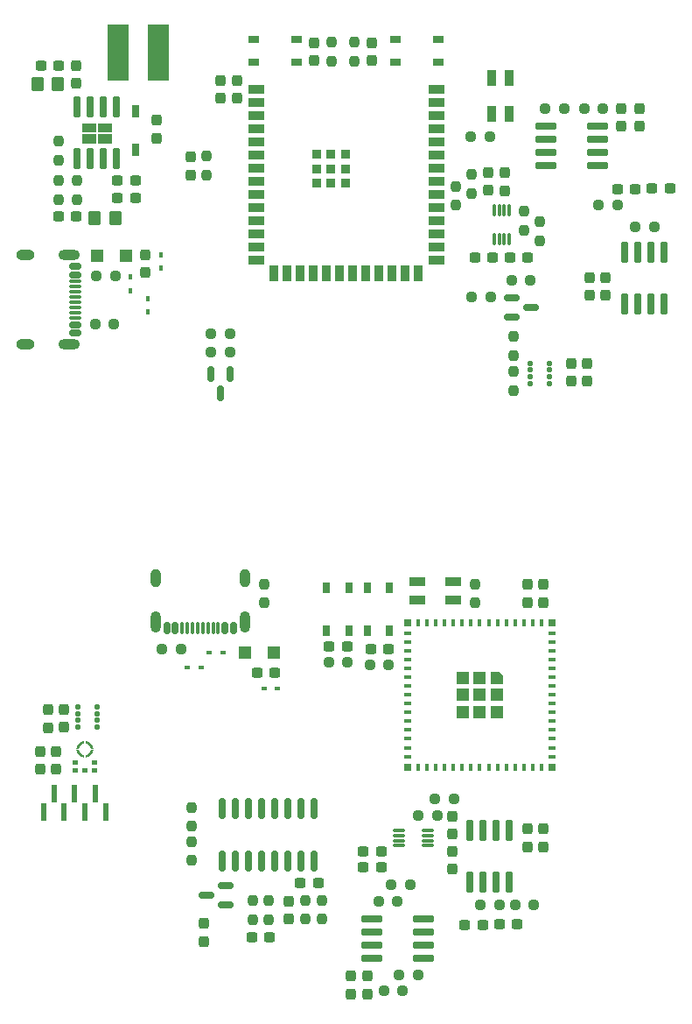
<source format=gbr>
%TF.GenerationSoftware,KiCad,Pcbnew,8.0.5*%
%TF.CreationDate,2024-10-21T18:47:46+02:00*%
%TF.ProjectId,both,626f7468-2e6b-4696-9361-645f70636258,rev?*%
%TF.SameCoordinates,Original*%
%TF.FileFunction,Paste,Top*%
%TF.FilePolarity,Positive*%
%FSLAX46Y46*%
G04 Gerber Fmt 4.6, Leading zero omitted, Abs format (unit mm)*
G04 Created by KiCad (PCBNEW 8.0.5) date 2024-10-21 18:47:46*
%MOMM*%
%LPD*%
G01*
G04 APERTURE LIST*
G04 Aperture macros list*
%AMRoundRect*
0 Rectangle with rounded corners*
0 $1 Rounding radius*
0 $2 $3 $4 $5 $6 $7 $8 $9 X,Y pos of 4 corners*
0 Add a 4 corners polygon primitive as box body*
4,1,4,$2,$3,$4,$5,$6,$7,$8,$9,$2,$3,0*
0 Add four circle primitives for the rounded corners*
1,1,$1+$1,$2,$3*
1,1,$1+$1,$4,$5*
1,1,$1+$1,$6,$7*
1,1,$1+$1,$8,$9*
0 Add four rect primitives between the rounded corners*
20,1,$1+$1,$2,$3,$4,$5,0*
20,1,$1+$1,$4,$5,$6,$7,0*
20,1,$1+$1,$6,$7,$8,$9,0*
20,1,$1+$1,$8,$9,$2,$3,0*%
%AMOutline5P*
0 Free polygon, 5 corners , with rotation*
0 The origin of the aperture is its center*
0 number of corners: always 5*
0 $1 to $10 corner X, Y*
0 $11 Rotation angle, in degrees counterclockwise*
0 create outline with 5 corners*
4,1,5,$1,$2,$3,$4,$5,$6,$7,$8,$9,$10,$1,$2,$11*%
%AMOutline6P*
0 Free polygon, 6 corners , with rotation*
0 The origin of the aperture is its center*
0 number of corners: always 6*
0 $1 to $12 corner X, Y*
0 $13 Rotation angle, in degrees counterclockwise*
0 create outline with 6 corners*
4,1,6,$1,$2,$3,$4,$5,$6,$7,$8,$9,$10,$11,$12,$1,$2,$13*%
%AMOutline7P*
0 Free polygon, 7 corners , with rotation*
0 The origin of the aperture is its center*
0 number of corners: always 7*
0 $1 to $14 corner X, Y*
0 $15 Rotation angle, in degrees counterclockwise*
0 create outline with 7 corners*
4,1,7,$1,$2,$3,$4,$5,$6,$7,$8,$9,$10,$11,$12,$13,$14,$1,$2,$15*%
%AMOutline8P*
0 Free polygon, 8 corners , with rotation*
0 The origin of the aperture is its center*
0 number of corners: always 8*
0 $1 to $16 corner X, Y*
0 $17 Rotation angle, in degrees counterclockwise*
0 create outline with 8 corners*
4,1,8,$1,$2,$3,$4,$5,$6,$7,$8,$9,$10,$11,$12,$13,$14,$15,$16,$1,$2,$17*%
G04 Aperture macros list end*
%ADD10C,0.010000*%
%ADD11C,0.000000*%
%ADD12RoundRect,0.237500X0.250000X0.237500X-0.250000X0.237500X-0.250000X-0.237500X0.250000X-0.237500X0*%
%ADD13RoundRect,0.237500X0.237500X-0.300000X0.237500X0.300000X-0.237500X0.300000X-0.237500X-0.300000X0*%
%ADD14RoundRect,0.237500X-0.237500X0.300000X-0.237500X-0.300000X0.237500X-0.300000X0.237500X0.300000X0*%
%ADD15RoundRect,0.237500X0.237500X-0.250000X0.237500X0.250000X-0.237500X0.250000X-0.237500X-0.250000X0*%
%ADD16R,0.480000X0.400000*%
%ADD17RoundRect,0.237500X-0.250000X-0.237500X0.250000X-0.237500X0.250000X0.237500X-0.250000X0.237500X0*%
%ADD18RoundRect,0.075000X-0.225000X0.910000X-0.225000X-0.910000X0.225000X-0.910000X0.225000X0.910000X0*%
%ADD19RoundRect,0.237500X-0.237500X0.250000X-0.237500X-0.250000X0.237500X-0.250000X0.237500X0.250000X0*%
%ADD20R,0.400000X0.480000*%
%ADD21R,0.400000X0.800000*%
%ADD22R,0.800000X0.400000*%
%ADD23Outline5P,-0.600000X0.204000X-0.204000X0.600000X0.600000X0.600000X0.600000X-0.600000X-0.600000X-0.600000X270.000000*%
%ADD24R,1.200000X1.200000*%
%ADD25R,0.800000X0.800000*%
%ADD26RoundRect,0.237500X-0.300000X-0.237500X0.300000X-0.237500X0.300000X0.237500X-0.300000X0.237500X0*%
%ADD27RoundRect,0.237500X0.300000X0.237500X-0.300000X0.237500X-0.300000X-0.237500X0.300000X-0.237500X0*%
%ADD28R,1.050000X0.650000*%
%ADD29RoundRect,0.150000X-0.587500X-0.150000X0.587500X-0.150000X0.587500X0.150000X-0.587500X0.150000X0*%
%ADD30R,0.650000X1.050000*%
%ADD31R,2.150000X5.500000*%
%ADD32RoundRect,0.033750X0.526250X0.101250X-0.526250X0.101250X-0.526250X-0.101250X0.526250X-0.101250X0*%
%ADD33RoundRect,0.150000X0.150000X-0.850000X0.150000X0.850000X-0.150000X0.850000X-0.150000X-0.850000X0*%
%ADD34RoundRect,0.150000X0.150000X0.425000X-0.150000X0.425000X-0.150000X-0.425000X0.150000X-0.425000X0*%
%ADD35RoundRect,0.075000X0.075000X0.500000X-0.075000X0.500000X-0.075000X-0.500000X0.075000X-0.500000X0*%
%ADD36O,1.000000X2.100000*%
%ADD37O,1.000000X1.800000*%
%ADD38RoundRect,0.150000X0.587500X0.150000X-0.587500X0.150000X-0.587500X-0.150000X0.587500X-0.150000X0*%
%ADD39R,0.600000X1.750000*%
%ADD40RoundRect,0.250000X-0.350000X-0.450000X0.350000X-0.450000X0.350000X0.450000X-0.350000X0.450000X0*%
%ADD41RoundRect,0.150000X-0.425000X0.150000X-0.425000X-0.150000X0.425000X-0.150000X0.425000X0.150000X0*%
%ADD42RoundRect,0.075000X-0.500000X0.075000X-0.500000X-0.075000X0.500000X-0.075000X0.500000X0.075000X0*%
%ADD43O,2.100000X1.000000*%
%ADD44O,1.800000X1.000000*%
%ADD45R,1.600000X0.850000*%
%ADD46RoundRect,0.056250X-0.188750X-0.168750X0.188750X-0.168750X0.188750X0.168750X-0.188750X0.168750X0*%
%ADD47RoundRect,0.056250X0.188750X0.168750X-0.188750X0.168750X-0.188750X-0.168750X0.188750X-0.168750X0*%
%ADD48RoundRect,0.075000X-0.910000X-0.225000X0.910000X-0.225000X0.910000X0.225000X-0.910000X0.225000X0*%
%ADD49RoundRect,0.250000X0.350000X0.450000X-0.350000X0.450000X-0.350000X-0.450000X0.350000X-0.450000X0*%
%ADD50R,0.850000X1.600000*%
%ADD51RoundRect,0.237500X-0.237500X0.287500X-0.237500X-0.287500X0.237500X-0.287500X0.237500X0.287500X0*%
%ADD52RoundRect,0.150000X-0.150000X0.587500X-0.150000X-0.587500X0.150000X-0.587500X0.150000X0.587500X0*%
%ADD53R,0.700000X1.200000*%
%ADD54RoundRect,0.075000X0.910000X0.225000X-0.910000X0.225000X-0.910000X-0.225000X0.910000X-0.225000X0*%
%ADD55RoundRect,0.075000X0.225000X-0.910000X0.225000X0.910000X-0.225000X0.910000X-0.225000X-0.910000X0*%
%ADD56RoundRect,0.033750X-0.101250X0.526250X-0.101250X-0.526250X0.101250X-0.526250X0.101250X0.526250X0*%
%ADD57R,1.500000X0.900000*%
%ADD58R,0.900000X1.500000*%
%ADD59R,0.900000X0.900000*%
G04 APERTURE END LIST*
D10*
%TO.C,U9*%
X34570000Y-32692000D02*
X33330000Y-32692000D01*
X33330000Y-31892000D01*
X34570000Y-31892000D01*
X34570000Y-32692000D01*
G36*
X34570000Y-32692000D02*
G01*
X33330000Y-32692000D01*
X33330000Y-31892000D01*
X34570000Y-31892000D01*
X34570000Y-32692000D01*
G37*
X34570000Y-33762000D02*
X33330000Y-33762000D01*
X33330000Y-32962000D01*
X34570000Y-32962000D01*
X34570000Y-33762000D01*
G36*
X34570000Y-33762000D02*
G01*
X33330000Y-33762000D01*
X33330000Y-32962000D01*
X34570000Y-32962000D01*
X34570000Y-33762000D01*
G37*
X36080000Y-32692000D02*
X34840000Y-32692000D01*
X34840000Y-31892000D01*
X36080000Y-31892000D01*
X36080000Y-32692000D01*
G36*
X36080000Y-32692000D02*
G01*
X34840000Y-32692000D01*
X34840000Y-31892000D01*
X36080000Y-31892000D01*
X36080000Y-32692000D01*
G37*
X36080000Y-33762000D02*
X34840000Y-33762000D01*
X34840000Y-32962000D01*
X36080000Y-32962000D01*
X36080000Y-33762000D01*
G36*
X36080000Y-33762000D02*
G01*
X34840000Y-33762000D01*
X34840000Y-32962000D01*
X36080000Y-32962000D01*
X36080000Y-33762000D01*
G37*
%TO.C,MK1*%
G36*
X32424000Y-94680472D02*
G01*
X32924000Y-94680472D01*
X32924000Y-94258472D01*
X32424000Y-94258472D01*
X32424000Y-94680472D01*
G37*
G36*
X32924000Y-93858472D02*
G01*
X32424000Y-93858472D01*
X32424000Y-93436472D01*
X32924000Y-93436472D01*
X32924000Y-93858472D01*
G37*
G36*
X33824000Y-94680472D02*
G01*
X33324000Y-94680472D01*
X33324000Y-94258472D01*
X33824000Y-94258472D01*
X33824000Y-94680472D01*
G37*
G36*
X34224000Y-93858472D02*
G01*
X34724000Y-93858472D01*
X34724000Y-93436472D01*
X34224000Y-93436472D01*
X34224000Y-93858472D01*
G37*
G36*
X34724000Y-94680472D02*
G01*
X34224000Y-94680472D01*
X34224000Y-94258472D01*
X34724000Y-94258472D01*
X34724000Y-94680472D01*
G37*
D11*
G36*
X33524000Y-91835172D02*
G01*
X33414200Y-91856172D01*
X33310800Y-91898372D01*
X33217700Y-91960172D01*
X33138700Y-92039172D01*
X33076900Y-92132272D01*
X33034700Y-92235672D01*
X33013700Y-92345472D01*
X32763000Y-92345472D01*
X32790600Y-92179972D01*
X32851500Y-92023772D01*
X32943200Y-91883272D01*
X33061800Y-91764672D01*
X33202300Y-91672972D01*
X33358500Y-91612072D01*
X33524000Y-91584472D01*
X33524000Y-91835172D01*
G37*
G36*
X33034700Y-92555272D02*
G01*
X33076900Y-92658672D01*
X33138700Y-92751772D01*
X33217700Y-92830772D01*
X33310800Y-92892572D01*
X33414200Y-92934772D01*
X33524000Y-92955772D01*
X33524000Y-93206472D01*
X33358500Y-93178872D01*
X33202300Y-93117972D01*
X33061800Y-93026272D01*
X32943200Y-92907672D01*
X32851500Y-92767172D01*
X32790600Y-92610972D01*
X32763000Y-92445472D01*
X33013700Y-92445472D01*
X33034700Y-92555272D01*
G37*
G36*
X33789500Y-91612072D02*
G01*
X33945700Y-91672972D01*
X34086200Y-91764672D01*
X34204800Y-91883272D01*
X34296500Y-92023772D01*
X34357400Y-92179972D01*
X34385000Y-92345472D01*
X34134300Y-92345472D01*
X34113300Y-92235672D01*
X34071100Y-92132272D01*
X34009300Y-92039172D01*
X33930300Y-91960172D01*
X33837200Y-91898372D01*
X33733800Y-91856172D01*
X33624000Y-91835172D01*
X33624000Y-91584472D01*
X33789500Y-91612072D01*
G37*
G36*
X34357400Y-92610972D02*
G01*
X34296500Y-92767172D01*
X34204800Y-92907672D01*
X34086200Y-93026272D01*
X33945700Y-93117972D01*
X33789500Y-93178872D01*
X33624000Y-93206472D01*
X33624000Y-92955772D01*
X33733800Y-92934772D01*
X33837200Y-92892572D01*
X33930300Y-92830772D01*
X34009300Y-92751772D01*
X34071100Y-92658672D01*
X34113300Y-92555272D01*
X34134300Y-92445472D01*
X34385000Y-92445472D01*
X34357400Y-92610972D01*
G37*
%TD*%
D12*
%TO.C,R17*%
X47631000Y-54036000D03*
X45806000Y-54036000D03*
%TD*%
D13*
%TO.C,C15*%
X82192000Y-56830000D03*
X82192000Y-55105000D03*
%TD*%
D14*
%TO.C,C7*%
X31542000Y-88559972D03*
X31542000Y-90284972D03*
%TD*%
%TO.C,C17*%
X82429000Y-46823500D03*
X82429000Y-48548500D03*
%TD*%
%TO.C,C24*%
X72629797Y-36663500D03*
X72629797Y-38388500D03*
%TD*%
D15*
%TO.C,R12*%
X77603000Y-43264500D03*
X77603000Y-41439500D03*
%TD*%
D16*
%TO.C,D4*%
X50920938Y-86494868D03*
X52240938Y-86494868D03*
%TD*%
D17*
%TO.C,R14*%
X81899500Y-30512000D03*
X83724500Y-30512000D03*
%TD*%
D18*
%TO.C,U9*%
X36610000Y-30352000D03*
X35340000Y-30352000D03*
X34070000Y-30352000D03*
X32800000Y-30352000D03*
X32800000Y-35302000D03*
X34070000Y-35302000D03*
X35340000Y-35302000D03*
X36610000Y-35302000D03*
%TD*%
D12*
%TO.C,R12*%
X73692500Y-107456472D03*
X71867500Y-107456472D03*
%TD*%
D19*
%TO.C,R10*%
X69475000Y-37987000D03*
X69475000Y-39812000D03*
%TD*%
D15*
%TO.C,R2*%
X43870000Y-103161972D03*
X43870000Y-101336972D03*
%TD*%
D20*
%TO.C,D4*%
X40903796Y-45922000D03*
X40903796Y-44602000D03*
%TD*%
D17*
%TO.C,R2*%
X34566296Y-51337000D03*
X36391296Y-51337000D03*
%TD*%
D13*
%TO.C,C9*%
X77906000Y-78219972D03*
X77906000Y-76494972D03*
%TD*%
D21*
%TO.C,U1*%
X77750000Y-80151472D03*
X76900000Y-80151472D03*
X76050000Y-80151472D03*
X75200000Y-80151472D03*
X74350000Y-80151472D03*
X73500000Y-80151472D03*
X72650000Y-80151472D03*
X71800000Y-80151472D03*
X70950000Y-80151472D03*
X70100000Y-80151472D03*
X69250000Y-80151472D03*
X68400000Y-80151472D03*
X67550000Y-80151472D03*
X66700000Y-80151472D03*
X65850000Y-80151472D03*
D22*
X64800000Y-81201472D03*
X64800000Y-82051472D03*
X64800000Y-82901472D03*
X64800000Y-83751472D03*
X64800000Y-84601472D03*
X64800000Y-85451472D03*
X64800000Y-86301472D03*
X64800000Y-87151472D03*
X64800000Y-88001472D03*
X64800000Y-88851472D03*
X64800000Y-89701472D03*
X64800000Y-90551472D03*
X64800000Y-91401472D03*
X64800000Y-92251472D03*
X64800000Y-93101472D03*
D21*
X65850000Y-94151472D03*
X66700000Y-94151472D03*
X67550000Y-94151472D03*
X68400000Y-94151472D03*
X69250000Y-94151472D03*
X70100000Y-94151472D03*
X70950000Y-94151472D03*
X71800000Y-94151472D03*
X72650000Y-94151472D03*
X73500000Y-94151472D03*
X74350000Y-94151472D03*
X75200000Y-94151472D03*
X76050000Y-94151472D03*
X76900000Y-94151472D03*
X77750000Y-94151472D03*
D22*
X78800000Y-93101472D03*
X78800000Y-92251472D03*
X78800000Y-91401472D03*
X78800000Y-90551472D03*
X78800000Y-89701472D03*
X78800000Y-88851472D03*
X78800000Y-88001472D03*
X78800000Y-87151472D03*
X78800000Y-86301472D03*
X78800000Y-85451472D03*
X78800000Y-84601472D03*
X78800000Y-83751472D03*
X78800000Y-82901472D03*
X78800000Y-82051472D03*
X78800000Y-81201472D03*
D23*
X73450000Y-85501472D03*
D24*
X71800000Y-85501472D03*
X70150000Y-85501472D03*
X73450000Y-87151472D03*
X71800000Y-87151472D03*
X70150000Y-87151472D03*
X73450000Y-88801472D03*
X71800000Y-88801472D03*
X70150000Y-88801472D03*
D25*
X78800000Y-80151472D03*
X64800000Y-80151472D03*
X64800000Y-94151472D03*
X78800000Y-94151472D03*
%TD*%
D26*
%TO.C,C2*%
X36737000Y-37421000D03*
X38462000Y-37421000D03*
%TD*%
D13*
%TO.C,C12*%
X85513000Y-32180500D03*
X85513000Y-30455500D03*
%TD*%
D27*
%TO.C,C3*%
X62944500Y-82691472D03*
X61219500Y-82691472D03*
%TD*%
D17*
%TO.C,R17*%
X62515500Y-115711472D03*
X64340500Y-115711472D03*
%TD*%
D15*
%TO.C,R19*%
X56520511Y-108843675D03*
X56520511Y-107018675D03*
%TD*%
D28*
%TO.C,SW2*%
X49883000Y-23810000D03*
X54033000Y-23810000D03*
X49883000Y-25960000D03*
X54033000Y-25960000D03*
%TD*%
D17*
%TO.C,R1*%
X34670796Y-46696000D03*
X36495796Y-46696000D03*
%TD*%
D19*
%TO.C,R22*%
X32800000Y-37437500D03*
X32800000Y-39262500D03*
%TD*%
D29*
%TO.C,Q2*%
X74887000Y-48762000D03*
X74887000Y-50662000D03*
X76762000Y-49712000D03*
%TD*%
D12*
%TO.C,R3*%
X67674500Y-98835472D03*
X65849500Y-98835472D03*
%TD*%
%TO.C,R13*%
X79949500Y-30487000D03*
X78124500Y-30487000D03*
%TD*%
D26*
%TO.C,C20*%
X31012271Y-40875035D03*
X32737271Y-40875035D03*
%TD*%
D17*
%TO.C,R16*%
X74849500Y-47062000D03*
X76674500Y-47062000D03*
%TD*%
%TO.C,R7*%
X70949500Y-33162000D03*
X72774500Y-33162000D03*
%TD*%
D30*
%TO.C,SW1*%
X60888000Y-80913472D03*
X60888000Y-76763472D03*
X63038000Y-80913472D03*
X63038000Y-76763472D03*
%TD*%
D27*
%TO.C,C2*%
X51947096Y-85021852D03*
X50222096Y-85021852D03*
%TD*%
D13*
%TO.C,C4*%
X32687035Y-28063455D03*
X32687035Y-26338455D03*
%TD*%
%TO.C,C21*%
X77906000Y-101841972D03*
X77906000Y-100116972D03*
%TD*%
D26*
%TO.C,C23*%
X71306000Y-44892000D03*
X73031000Y-44892000D03*
%TD*%
D15*
%TO.C,R9*%
X75080000Y-57742500D03*
X75080000Y-55917500D03*
%TD*%
D26*
%TO.C,C13*%
X49712500Y-110581472D03*
X51437500Y-110581472D03*
%TD*%
D14*
%TO.C,C21*%
X40547000Y-31610000D03*
X40547000Y-33335000D03*
%TD*%
D26*
%TO.C,C4*%
X57231500Y-82437472D03*
X58956500Y-82437472D03*
%TD*%
D31*
%TO.C,L1*%
X36812000Y-25037000D03*
X40662000Y-25037000D03*
%TD*%
D32*
%TO.C,U2*%
X66738000Y-101729472D03*
X66738000Y-101229472D03*
X66738000Y-100729472D03*
X66738000Y-100229472D03*
X63928000Y-100229472D03*
X63928000Y-100729472D03*
X63928000Y-101229472D03*
X63928000Y-101729472D03*
%TD*%
D19*
%TO.C,R6*%
X57480000Y-24072500D03*
X57480000Y-25897500D03*
%TD*%
D16*
%TO.C,D1*%
X43472000Y-84469472D03*
X44792000Y-84469472D03*
%TD*%
D33*
%TO.C,U5*%
X46892000Y-103175472D03*
X48162000Y-103175472D03*
X49432000Y-103175472D03*
X50702000Y-103175472D03*
X51972000Y-103175472D03*
X53242000Y-103175472D03*
X54512000Y-103175472D03*
X55782000Y-103175472D03*
X55782000Y-98175472D03*
X54512000Y-98175472D03*
X53242000Y-98175472D03*
X51972000Y-98175472D03*
X50702000Y-98175472D03*
X49432000Y-98175472D03*
X48162000Y-98175472D03*
X46892000Y-98175472D03*
%TD*%
D12*
%TO.C,R7*%
X42864500Y-82691472D03*
X41039500Y-82691472D03*
%TD*%
D17*
%TO.C,R18*%
X71023500Y-48696000D03*
X72848500Y-48696000D03*
%TD*%
D26*
%TO.C,C5*%
X29299500Y-26309000D03*
X31024500Y-26309000D03*
%TD*%
D20*
%TO.C,D3*%
X37953796Y-46764500D03*
X37953796Y-48084500D03*
%TD*%
D17*
%TO.C,R26*%
X83274500Y-39812000D03*
X85099500Y-39812000D03*
%TD*%
D14*
%TO.C,C5*%
X30780000Y-92605072D03*
X30780000Y-94330072D03*
%TD*%
D34*
%TO.C,J1*%
X47934000Y-80659472D03*
X47134000Y-80659472D03*
D35*
X45984000Y-80659472D03*
X44984000Y-80659472D03*
X44484000Y-80659472D03*
X43484000Y-80659472D03*
D34*
X42334000Y-80659472D03*
X41534000Y-80659472D03*
X41534000Y-80659472D03*
X42334000Y-80659472D03*
D35*
X42984000Y-80659472D03*
X43984000Y-80659472D03*
X45484000Y-80659472D03*
X46484000Y-80659472D03*
D34*
X47134000Y-80659472D03*
X47934000Y-80659472D03*
D36*
X49054000Y-80084472D03*
D37*
X49054000Y-75904472D03*
D36*
X40414000Y-80084472D03*
D37*
X40414000Y-75904472D03*
%TD*%
D14*
%TO.C,C14*%
X53268000Y-107082972D03*
X53268000Y-108807972D03*
%TD*%
D16*
%TO.C,D3*%
X46954553Y-83089173D03*
X45634553Y-83089173D03*
%TD*%
D17*
%TO.C,R9*%
X61169500Y-84215472D03*
X62994500Y-84215472D03*
%TD*%
D13*
%TO.C,C14*%
X80645000Y-56836000D03*
X80645000Y-55111000D03*
%TD*%
D26*
%TO.C,C17*%
X73695500Y-109320972D03*
X75420500Y-109320972D03*
%TD*%
D18*
%TO.C,U6*%
X74604000Y-100287472D03*
X73334000Y-100287472D03*
X72064000Y-100287472D03*
X70794000Y-100287472D03*
X70794000Y-105227472D03*
X72064000Y-105227472D03*
X73334000Y-105227472D03*
X74604000Y-105227472D03*
%TD*%
D17*
%TO.C,R24*%
X45806000Y-52258000D03*
X47631000Y-52258000D03*
%TD*%
D38*
%TO.C,Q2*%
X47194500Y-107467472D03*
X47194500Y-105567472D03*
X45319500Y-106517472D03*
%TD*%
D13*
%TO.C,C10*%
X55780000Y-25835000D03*
X55780000Y-24110000D03*
%TD*%
D39*
%TO.C,J5*%
X29574000Y-98439472D03*
X30574000Y-96689472D03*
X31574000Y-98439472D03*
X32574000Y-96689472D03*
X33574000Y-98439472D03*
X34574000Y-96689472D03*
X35574000Y-98439472D03*
%TD*%
D13*
%TO.C,C22*%
X76382000Y-101841972D03*
X76382000Y-100116972D03*
%TD*%
D40*
%TO.C,R19*%
X34531732Y-41108943D03*
X36531732Y-41108943D03*
%TD*%
D19*
%TO.C,R23*%
X31022000Y-37437500D03*
X31022000Y-39262500D03*
%TD*%
D14*
%TO.C,C11*%
X45114000Y-109250972D03*
X45114000Y-110975972D03*
%TD*%
D13*
%TO.C,C6*%
X46667000Y-29464500D03*
X46667000Y-27739500D03*
%TD*%
D41*
%TO.C,J1*%
X32610796Y-45756000D03*
X32610796Y-46556000D03*
D42*
X32610796Y-47706000D03*
X32610796Y-48706000D03*
X32610796Y-49206000D03*
X32610796Y-50206000D03*
D41*
X32610796Y-51356000D03*
X32610796Y-52156000D03*
X32610796Y-52156000D03*
X32610796Y-51356000D03*
D42*
X32610796Y-50706000D03*
X32610796Y-49706000D03*
X32610796Y-48206000D03*
X32610796Y-47206000D03*
D41*
X32610796Y-46556000D03*
X32610796Y-45756000D03*
D43*
X32035796Y-44636000D03*
D44*
X27855796Y-44636000D03*
D43*
X32035796Y-53276000D03*
D44*
X27855796Y-53276000D03*
%TD*%
D14*
%TO.C,C8*%
X29980000Y-88600972D03*
X29980000Y-90325972D03*
%TD*%
D27*
%TO.C,C15*%
X56162500Y-105297472D03*
X54437500Y-105297472D03*
%TD*%
D15*
%TO.C,R25*%
X76079000Y-42248500D03*
X76079000Y-40423500D03*
%TD*%
D30*
%TO.C,SW2*%
X59110000Y-76763472D03*
X59110000Y-80913472D03*
X56960000Y-76763472D03*
X56960000Y-80913472D03*
%TD*%
D45*
%TO.C,D5*%
X65742000Y-76228472D03*
X65742000Y-77978472D03*
X69242000Y-77978472D03*
X69242000Y-76228472D03*
%TD*%
D17*
%TO.C,R11*%
X75215500Y-107456472D03*
X77040500Y-107456472D03*
%TD*%
D15*
%TO.C,R3*%
X45337000Y-36924500D03*
X45337000Y-35099500D03*
%TD*%
%TO.C,R20*%
X31022000Y-35452500D03*
X31022000Y-33627500D03*
%TD*%
D26*
%TO.C,C11*%
X74708500Y-44892000D03*
X76433500Y-44892000D03*
%TD*%
D14*
%TO.C,C22*%
X83953000Y-46823500D03*
X83953000Y-48548500D03*
%TD*%
D46*
%TO.C,U7*%
X34798000Y-88320472D03*
X34798000Y-88970472D03*
X34798000Y-89620472D03*
X34798000Y-90270472D03*
X32858000Y-90270472D03*
X32858000Y-89620472D03*
X32858000Y-88970472D03*
X32858000Y-88320472D03*
%TD*%
D14*
%TO.C,C19*%
X59294000Y-114340972D03*
X59294000Y-116065972D03*
%TD*%
%TO.C,C24*%
X69143000Y-102275972D03*
X69143000Y-104000972D03*
%TD*%
%TO.C,C1*%
X69143000Y-98900472D03*
X69143000Y-100625472D03*
%TD*%
%TO.C,C1*%
X39428796Y-44599500D03*
X39428796Y-46324500D03*
%TD*%
D47*
%TO.C,U4*%
X76627000Y-57040500D03*
X76627000Y-56390500D03*
X76627000Y-55740500D03*
X76627000Y-55090500D03*
X78567000Y-55090500D03*
X78567000Y-55740500D03*
X78567000Y-56390500D03*
X78567000Y-57040500D03*
%TD*%
D19*
%TO.C,R11*%
X70999000Y-36867500D03*
X70999000Y-38692500D03*
%TD*%
D13*
%TO.C,C7*%
X48282000Y-29464500D03*
X48282000Y-27739500D03*
%TD*%
D14*
%TO.C,C6*%
X29256000Y-92605072D03*
X29256000Y-94330072D03*
%TD*%
D15*
%TO.C,R14*%
X51337000Y-108850472D03*
X51337000Y-107025472D03*
%TD*%
D17*
%TO.C,R15*%
X86849500Y-41912000D03*
X88674500Y-41912000D03*
%TD*%
D12*
%TO.C,R16*%
X65822000Y-114187472D03*
X63997000Y-114187472D03*
%TD*%
D14*
%TO.C,C18*%
X60888000Y-114340972D03*
X60888000Y-116065972D03*
%TD*%
D48*
%TO.C,U3*%
X78217000Y-32207000D03*
X78217000Y-33477000D03*
X78217000Y-34747000D03*
X78217000Y-36017000D03*
X83157000Y-36017000D03*
X83157000Y-34747000D03*
X83157000Y-33477000D03*
X83157000Y-32207000D03*
%TD*%
D15*
%TO.C,R1*%
X43870000Y-99859972D03*
X43870000Y-98034972D03*
%TD*%
D17*
%TO.C,R18*%
X63217329Y-105520925D03*
X65042329Y-105520925D03*
%TD*%
D27*
%TO.C,C20*%
X62258500Y-102249472D03*
X60533500Y-102249472D03*
%TD*%
D28*
%TO.C,SW1*%
X63633000Y-23810000D03*
X67783000Y-23810000D03*
X63633000Y-25960000D03*
X67783000Y-25960000D03*
%TD*%
D24*
%TO.C,D1*%
X37580796Y-44706000D03*
X34780796Y-44706000D03*
%TD*%
D26*
%TO.C,C3*%
X36737000Y-39112000D03*
X38462000Y-39112000D03*
%TD*%
D19*
%TO.C,R8*%
X75080000Y-52512000D03*
X75080000Y-54337000D03*
%TD*%
D24*
%TO.C,D2*%
X51874000Y-83085472D03*
X49074000Y-83085472D03*
%TD*%
D49*
%TO.C,R21*%
X30971231Y-28086832D03*
X28971231Y-28086832D03*
%TD*%
D13*
%TO.C,C13*%
X87291000Y-32180500D03*
X87291000Y-30455500D03*
%TD*%
D15*
%TO.C,R6*%
X50922000Y-78267972D03*
X50922000Y-76442972D03*
%TD*%
D26*
%TO.C,C23*%
X60533500Y-103773472D03*
X62258500Y-103773472D03*
%TD*%
D50*
%TO.C,D6*%
X74668000Y-27535000D03*
X72918000Y-27535000D03*
X72918000Y-31035000D03*
X74668000Y-31035000D03*
%TD*%
D26*
%TO.C,C18*%
X88474500Y-38212000D03*
X90199500Y-38212000D03*
%TD*%
D14*
%TO.C,C16*%
X74177000Y-36679500D03*
X74177000Y-38404500D03*
%TD*%
D27*
%TO.C,C16*%
X72054500Y-109355472D03*
X70329500Y-109355472D03*
%TD*%
D51*
%TO.C,D5*%
X43787000Y-35137000D03*
X43787000Y-36887000D03*
%TD*%
D52*
%TO.C,Q3*%
X47668500Y-56146500D03*
X45768500Y-56146500D03*
X46718500Y-58021500D03*
%TD*%
D15*
%TO.C,R13*%
X49813000Y-108850472D03*
X49813000Y-107025472D03*
%TD*%
D53*
%TO.C,D7*%
X38515000Y-34423000D03*
X38515000Y-30723000D03*
%TD*%
D54*
%TO.C,U4*%
X66297000Y-112590472D03*
X66297000Y-111320472D03*
X66297000Y-110050472D03*
X66297000Y-108780472D03*
X61357000Y-108780472D03*
X61357000Y-110050472D03*
X61357000Y-111320472D03*
X61357000Y-112590472D03*
%TD*%
D19*
%TO.C,R5*%
X59646000Y-24072500D03*
X59646000Y-25897500D03*
%TD*%
D55*
%TO.C,U7*%
X85782000Y-49332000D03*
X87052000Y-49332000D03*
X88322000Y-49332000D03*
X89592000Y-49332000D03*
X89592000Y-44392000D03*
X88322000Y-44392000D03*
X87052000Y-44392000D03*
X85782000Y-44392000D03*
%TD*%
D13*
%TO.C,C9*%
X61368000Y-25847500D03*
X61368000Y-24122500D03*
%TD*%
D27*
%TO.C,C19*%
X86824500Y-38237000D03*
X85099500Y-38237000D03*
%TD*%
D13*
%TO.C,C10*%
X76382000Y-78219972D03*
X76382000Y-76494972D03*
%TD*%
D12*
%TO.C,R10*%
X59006500Y-83961472D03*
X57181500Y-83961472D03*
%TD*%
D15*
%TO.C,R8*%
X71302000Y-78269972D03*
X71302000Y-76444972D03*
%TD*%
%TO.C,R15*%
X54898441Y-108843040D03*
X54898441Y-107018040D03*
%TD*%
D17*
%TO.C,R5*%
X62007500Y-107075472D03*
X63832500Y-107075472D03*
%TD*%
D12*
%TO.C,R4*%
X69264500Y-97225472D03*
X67439500Y-97225472D03*
%TD*%
D56*
%TO.C,U2*%
X74670000Y-40300500D03*
X74170000Y-40300500D03*
X73670000Y-40300500D03*
X73170000Y-40300500D03*
X73170000Y-43110500D03*
X73670000Y-43110500D03*
X74170000Y-43110500D03*
X74670000Y-43110500D03*
%TD*%
D20*
%TO.C,D2*%
X39678796Y-50147000D03*
X39678796Y-48827000D03*
%TD*%
D57*
%TO.C,U1*%
X50132000Y-28602000D03*
X50132000Y-29872000D03*
X50132000Y-31142000D03*
X50132000Y-32412000D03*
X50132000Y-33682000D03*
X50132000Y-34952000D03*
X50132000Y-36222000D03*
X50132000Y-37492000D03*
X50132000Y-38762000D03*
X50132000Y-40032000D03*
X50132000Y-41302000D03*
X50132000Y-42572000D03*
X50132000Y-43842000D03*
X50132000Y-45112000D03*
D58*
X51897000Y-46362000D03*
X53167000Y-46362000D03*
X54437000Y-46362000D03*
X55707000Y-46362000D03*
X56977000Y-46362000D03*
X58247000Y-46362000D03*
X59517000Y-46362000D03*
X60787000Y-46362000D03*
X62057000Y-46362000D03*
X63327000Y-46362000D03*
X64597000Y-46362000D03*
X65867000Y-46362000D03*
D57*
X67632000Y-45112000D03*
X67632000Y-43842000D03*
X67632000Y-42572000D03*
X67632000Y-41302000D03*
X67632000Y-40032000D03*
X67632000Y-38762000D03*
X67632000Y-37492000D03*
X67632000Y-36222000D03*
X67632000Y-34952000D03*
X67632000Y-33682000D03*
X67632000Y-32412000D03*
X67632000Y-31142000D03*
X67632000Y-29872000D03*
X67632000Y-28602000D03*
D59*
X55982000Y-34922000D03*
X57382000Y-34922000D03*
X58782000Y-34922000D03*
X55982000Y-36322000D03*
X57382000Y-36322000D03*
X58782000Y-36322000D03*
X55982000Y-37722000D03*
X57382000Y-37722000D03*
X58782000Y-37722000D03*
%TD*%
M02*

</source>
